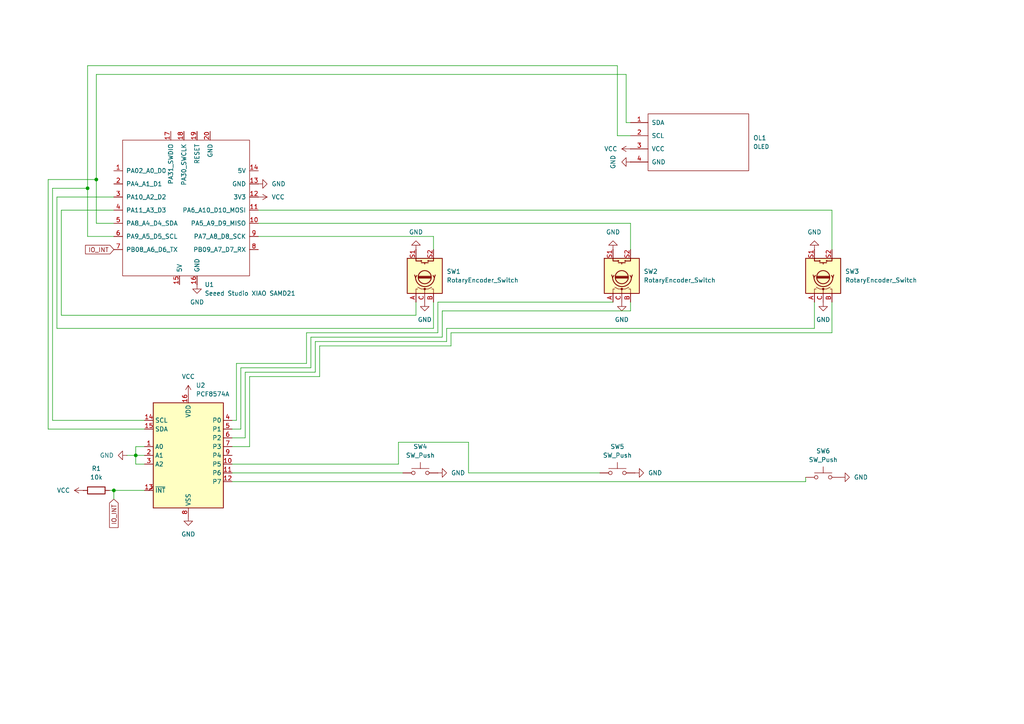
<source format=kicad_sch>
(kicad_sch
	(version 20231120)
	(generator "eeschema")
	(generator_version "8.0")
	(uuid "1de9aa1d-2e3c-4a1f-9dca-774e21ea52a0")
	(paper "A4")
	(lib_symbols
		(symbol "Device:R"
			(pin_numbers hide)
			(pin_names
				(offset 0)
			)
			(exclude_from_sim no)
			(in_bom yes)
			(on_board yes)
			(property "Reference" "R"
				(at 2.032 0 90)
				(effects
					(font
						(size 1.27 1.27)
					)
				)
			)
			(property "Value" "R"
				(at 0 0 90)
				(effects
					(font
						(size 1.27 1.27)
					)
				)
			)
			(property "Footprint" ""
				(at -1.778 0 90)
				(effects
					(font
						(size 1.27 1.27)
					)
					(hide yes)
				)
			)
			(property "Datasheet" "~"
				(at 0 0 0)
				(effects
					(font
						(size 1.27 1.27)
					)
					(hide yes)
				)
			)
			(property "Description" "Resistor"
				(at 0 0 0)
				(effects
					(font
						(size 1.27 1.27)
					)
					(hide yes)
				)
			)
			(property "ki_keywords" "R res resistor"
				(at 0 0 0)
				(effects
					(font
						(size 1.27 1.27)
					)
					(hide yes)
				)
			)
			(property "ki_fp_filters" "R_*"
				(at 0 0 0)
				(effects
					(font
						(size 1.27 1.27)
					)
					(hide yes)
				)
			)
			(symbol "R_0_1"
				(rectangle
					(start -1.016 -2.54)
					(end 1.016 2.54)
					(stroke
						(width 0.254)
						(type default)
					)
					(fill
						(type none)
					)
				)
			)
			(symbol "R_1_1"
				(pin passive line
					(at 0 3.81 270)
					(length 1.27)
					(name "~"
						(effects
							(font
								(size 1.27 1.27)
							)
						)
					)
					(number "1"
						(effects
							(font
								(size 1.27 1.27)
							)
						)
					)
				)
				(pin passive line
					(at 0 -3.81 90)
					(length 1.27)
					(name "~"
						(effects
							(font
								(size 1.27 1.27)
							)
						)
					)
					(number "2"
						(effects
							(font
								(size 1.27 1.27)
							)
						)
					)
				)
			)
		)
		(symbol "Device:RotaryEncoder_Switch"
			(pin_names
				(offset 0.254) hide)
			(exclude_from_sim no)
			(in_bom yes)
			(on_board yes)
			(property "Reference" "SW"
				(at 0 6.604 0)
				(effects
					(font
						(size 1.27 1.27)
					)
				)
			)
			(property "Value" "RotaryEncoder_Switch"
				(at 0 -6.604 0)
				(effects
					(font
						(size 1.27 1.27)
					)
				)
			)
			(property "Footprint" ""
				(at -3.81 4.064 0)
				(effects
					(font
						(size 1.27 1.27)
					)
					(hide yes)
				)
			)
			(property "Datasheet" "~"
				(at 0 6.604 0)
				(effects
					(font
						(size 1.27 1.27)
					)
					(hide yes)
				)
			)
			(property "Description" "Rotary encoder, dual channel, incremental quadrate outputs, with switch"
				(at 0 0 0)
				(effects
					(font
						(size 1.27 1.27)
					)
					(hide yes)
				)
			)
			(property "ki_keywords" "rotary switch encoder switch push button"
				(at 0 0 0)
				(effects
					(font
						(size 1.27 1.27)
					)
					(hide yes)
				)
			)
			(property "ki_fp_filters" "RotaryEncoder*Switch*"
				(at 0 0 0)
				(effects
					(font
						(size 1.27 1.27)
					)
					(hide yes)
				)
			)
			(symbol "RotaryEncoder_Switch_0_1"
				(rectangle
					(start -5.08 5.08)
					(end 5.08 -5.08)
					(stroke
						(width 0.254)
						(type default)
					)
					(fill
						(type background)
					)
				)
				(circle
					(center -3.81 0)
					(radius 0.254)
					(stroke
						(width 0)
						(type default)
					)
					(fill
						(type outline)
					)
				)
				(circle
					(center -0.381 0)
					(radius 1.905)
					(stroke
						(width 0.254)
						(type default)
					)
					(fill
						(type none)
					)
				)
				(arc
					(start -0.381 2.667)
					(mid -3.0988 -0.0635)
					(end -0.381 -2.794)
					(stroke
						(width 0.254)
						(type default)
					)
					(fill
						(type none)
					)
				)
				(polyline
					(pts
						(xy -0.635 -1.778) (xy -0.635 1.778)
					)
					(stroke
						(width 0.254)
						(type default)
					)
					(fill
						(type none)
					)
				)
				(polyline
					(pts
						(xy -0.381 -1.778) (xy -0.381 1.778)
					)
					(stroke
						(width 0.254)
						(type default)
					)
					(fill
						(type none)
					)
				)
				(polyline
					(pts
						(xy -0.127 1.778) (xy -0.127 -1.778)
					)
					(stroke
						(width 0.254)
						(type default)
					)
					(fill
						(type none)
					)
				)
				(polyline
					(pts
						(xy 3.81 0) (xy 3.429 0)
					)
					(stroke
						(width 0.254)
						(type default)
					)
					(fill
						(type none)
					)
				)
				(polyline
					(pts
						(xy 3.81 1.016) (xy 3.81 -1.016)
					)
					(stroke
						(width 0.254)
						(type default)
					)
					(fill
						(type none)
					)
				)
				(polyline
					(pts
						(xy -5.08 -2.54) (xy -3.81 -2.54) (xy -3.81 -2.032)
					)
					(stroke
						(width 0)
						(type default)
					)
					(fill
						(type none)
					)
				)
				(polyline
					(pts
						(xy -5.08 2.54) (xy -3.81 2.54) (xy -3.81 2.032)
					)
					(stroke
						(width 0)
						(type default)
					)
					(fill
						(type none)
					)
				)
				(polyline
					(pts
						(xy 0.254 -3.048) (xy -0.508 -2.794) (xy 0.127 -2.413)
					)
					(stroke
						(width 0.254)
						(type default)
					)
					(fill
						(type none)
					)
				)
				(polyline
					(pts
						(xy 0.254 2.921) (xy -0.508 2.667) (xy 0.127 2.286)
					)
					(stroke
						(width 0.254)
						(type default)
					)
					(fill
						(type none)
					)
				)
				(polyline
					(pts
						(xy 5.08 -2.54) (xy 4.318 -2.54) (xy 4.318 -1.016)
					)
					(stroke
						(width 0.254)
						(type default)
					)
					(fill
						(type none)
					)
				)
				(polyline
					(pts
						(xy 5.08 2.54) (xy 4.318 2.54) (xy 4.318 1.016)
					)
					(stroke
						(width 0.254)
						(type default)
					)
					(fill
						(type none)
					)
				)
				(polyline
					(pts
						(xy -5.08 0) (xy -3.81 0) (xy -3.81 -1.016) (xy -3.302 -2.032)
					)
					(stroke
						(width 0)
						(type default)
					)
					(fill
						(type none)
					)
				)
				(polyline
					(pts
						(xy -4.318 0) (xy -3.81 0) (xy -3.81 1.016) (xy -3.302 2.032)
					)
					(stroke
						(width 0)
						(type default)
					)
					(fill
						(type none)
					)
				)
				(circle
					(center 4.318 -1.016)
					(radius 0.127)
					(stroke
						(width 0.254)
						(type default)
					)
					(fill
						(type none)
					)
				)
				(circle
					(center 4.318 1.016)
					(radius 0.127)
					(stroke
						(width 0.254)
						(type default)
					)
					(fill
						(type none)
					)
				)
			)
			(symbol "RotaryEncoder_Switch_1_1"
				(pin passive line
					(at -7.62 2.54 0)
					(length 2.54)
					(name "A"
						(effects
							(font
								(size 1.27 1.27)
							)
						)
					)
					(number "A"
						(effects
							(font
								(size 1.27 1.27)
							)
						)
					)
				)
				(pin passive line
					(at -7.62 -2.54 0)
					(length 2.54)
					(name "B"
						(effects
							(font
								(size 1.27 1.27)
							)
						)
					)
					(number "B"
						(effects
							(font
								(size 1.27 1.27)
							)
						)
					)
				)
				(pin passive line
					(at -7.62 0 0)
					(length 2.54)
					(name "C"
						(effects
							(font
								(size 1.27 1.27)
							)
						)
					)
					(number "C"
						(effects
							(font
								(size 1.27 1.27)
							)
						)
					)
				)
				(pin passive line
					(at 7.62 2.54 180)
					(length 2.54)
					(name "S1"
						(effects
							(font
								(size 1.27 1.27)
							)
						)
					)
					(number "S1"
						(effects
							(font
								(size 1.27 1.27)
							)
						)
					)
				)
				(pin passive line
					(at 7.62 -2.54 180)
					(length 2.54)
					(name "S2"
						(effects
							(font
								(size 1.27 1.27)
							)
						)
					)
					(number "S2"
						(effects
							(font
								(size 1.27 1.27)
							)
						)
					)
				)
			)
		)
		(symbol "Interface_Expansion:PCF8574A"
			(exclude_from_sim no)
			(in_bom yes)
			(on_board yes)
			(property "Reference" "U"
				(at -8.89 16.51 0)
				(effects
					(font
						(size 1.27 1.27)
					)
					(justify left)
				)
			)
			(property "Value" "PCF8574A"
				(at 2.54 16.51 0)
				(effects
					(font
						(size 1.27 1.27)
					)
					(justify left)
				)
			)
			(property "Footprint" ""
				(at 0 0 0)
				(effects
					(font
						(size 1.27 1.27)
					)
					(hide yes)
				)
			)
			(property "Datasheet" "http://www.nxp.com/docs/en/data-sheet/PCF8574_PCF8574A.pdf"
				(at 0 0 0)
				(effects
					(font
						(size 1.27 1.27)
					)
					(hide yes)
				)
			)
			(property "Description" "8 Bit Port/Expander to I2C Bus, DIP/SOIC-16"
				(at 0 0 0)
				(effects
					(font
						(size 1.27 1.27)
					)
					(hide yes)
				)
			)
			(property "ki_keywords" "I2C Expander"
				(at 0 0 0)
				(effects
					(font
						(size 1.27 1.27)
					)
					(hide yes)
				)
			)
			(property "ki_fp_filters" "DIP*W7.62mm* SOIC*7.5x10.3mm*P1.27mm*"
				(at 0 0 0)
				(effects
					(font
						(size 1.27 1.27)
					)
					(hide yes)
				)
			)
			(symbol "PCF8574A_0_1"
				(rectangle
					(start -10.16 15.24)
					(end 10.16 -15.24)
					(stroke
						(width 0.254)
						(type default)
					)
					(fill
						(type background)
					)
				)
			)
			(symbol "PCF8574A_1_1"
				(pin input line
					(at -12.7 2.54 0)
					(length 2.54)
					(name "A0"
						(effects
							(font
								(size 1.27 1.27)
							)
						)
					)
					(number "1"
						(effects
							(font
								(size 1.27 1.27)
							)
						)
					)
				)
				(pin bidirectional line
					(at 12.7 -2.54 180)
					(length 2.54)
					(name "P5"
						(effects
							(font
								(size 1.27 1.27)
							)
						)
					)
					(number "10"
						(effects
							(font
								(size 1.27 1.27)
							)
						)
					)
				)
				(pin bidirectional line
					(at 12.7 -5.08 180)
					(length 2.54)
					(name "P6"
						(effects
							(font
								(size 1.27 1.27)
							)
						)
					)
					(number "11"
						(effects
							(font
								(size 1.27 1.27)
							)
						)
					)
				)
				(pin bidirectional line
					(at 12.7 -7.62 180)
					(length 2.54)
					(name "P7"
						(effects
							(font
								(size 1.27 1.27)
							)
						)
					)
					(number "12"
						(effects
							(font
								(size 1.27 1.27)
							)
						)
					)
				)
				(pin open_collector output_low
					(at -12.7 -10.16 0)
					(length 2.54)
					(name "~{INT}"
						(effects
							(font
								(size 1.27 1.27)
							)
						)
					)
					(number "13"
						(effects
							(font
								(size 1.27 1.27)
							)
						)
					)
				)
				(pin input line
					(at -12.7 10.16 0)
					(length 2.54)
					(name "SCL"
						(effects
							(font
								(size 1.27 1.27)
							)
						)
					)
					(number "14"
						(effects
							(font
								(size 1.27 1.27)
							)
						)
					)
				)
				(pin bidirectional line
					(at -12.7 7.62 0)
					(length 2.54)
					(name "SDA"
						(effects
							(font
								(size 1.27 1.27)
							)
						)
					)
					(number "15"
						(effects
							(font
								(size 1.27 1.27)
							)
						)
					)
				)
				(pin power_in line
					(at 0 17.78 270)
					(length 2.54)
					(name "VDD"
						(effects
							(font
								(size 1.27 1.27)
							)
						)
					)
					(number "16"
						(effects
							(font
								(size 1.27 1.27)
							)
						)
					)
				)
				(pin input line
					(at -12.7 0 0)
					(length 2.54)
					(name "A1"
						(effects
							(font
								(size 1.27 1.27)
							)
						)
					)
					(number "2"
						(effects
							(font
								(size 1.27 1.27)
							)
						)
					)
				)
				(pin input line
					(at -12.7 -2.54 0)
					(length 2.54)
					(name "A2"
						(effects
							(font
								(size 1.27 1.27)
							)
						)
					)
					(number "3"
						(effects
							(font
								(size 1.27 1.27)
							)
						)
					)
				)
				(pin bidirectional line
					(at 12.7 10.16 180)
					(length 2.54)
					(name "P0"
						(effects
							(font
								(size 1.27 1.27)
							)
						)
					)
					(number "4"
						(effects
							(font
								(size 1.27 1.27)
							)
						)
					)
				)
				(pin bidirectional line
					(at 12.7 7.62 180)
					(length 2.54)
					(name "P1"
						(effects
							(font
								(size 1.27 1.27)
							)
						)
					)
					(number "5"
						(effects
							(font
								(size 1.27 1.27)
							)
						)
					)
				)
				(pin bidirectional line
					(at 12.7 5.08 180)
					(length 2.54)
					(name "P2"
						(effects
							(font
								(size 1.27 1.27)
							)
						)
					)
					(number "6"
						(effects
							(font
								(size 1.27 1.27)
							)
						)
					)
				)
				(pin bidirectional line
					(at 12.7 2.54 180)
					(length 2.54)
					(name "P3"
						(effects
							(font
								(size 1.27 1.27)
							)
						)
					)
					(number "7"
						(effects
							(font
								(size 1.27 1.27)
							)
						)
					)
				)
				(pin power_in line
					(at 0 -17.78 90)
					(length 2.54)
					(name "VSS"
						(effects
							(font
								(size 1.27 1.27)
							)
						)
					)
					(number "8"
						(effects
							(font
								(size 1.27 1.27)
							)
						)
					)
				)
				(pin bidirectional line
					(at 12.7 0 180)
					(length 2.54)
					(name "P4"
						(effects
							(font
								(size 1.27 1.27)
							)
						)
					)
					(number "9"
						(effects
							(font
								(size 1.27 1.27)
							)
						)
					)
				)
			)
		)
		(symbol "Seeed_Studio_XIAO_Series:Seeed Studio XIAO SAMD21"
			(pin_names
				(offset 1.016)
			)
			(exclude_from_sim no)
			(in_bom yes)
			(on_board yes)
			(property "Reference" "U"
				(at -19.05 22.86 0)
				(effects
					(font
						(size 1.27 1.27)
					)
				)
			)
			(property "Value" "Seeed Studio XIAO SAMD21"
				(at -12.7 21.59 0)
				(effects
					(font
						(size 1.27 1.27)
					)
				)
			)
			(property "Footprint" ""
				(at -8.89 5.08 0)
				(effects
					(font
						(size 1.27 1.27)
					)
					(hide yes)
				)
			)
			(property "Datasheet" ""
				(at -8.89 5.08 0)
				(effects
					(font
						(size 1.27 1.27)
					)
					(hide yes)
				)
			)
			(property "Description" ""
				(at 0 0 0)
				(effects
					(font
						(size 1.27 1.27)
					)
					(hide yes)
				)
			)
			(symbol "Seeed Studio XIAO SAMD21_0_1"
				(rectangle
					(start -19.05 20.32)
					(end 17.78 -19.05)
					(stroke
						(width 0)
						(type default)
					)
					(fill
						(type none)
					)
				)
			)
			(symbol "Seeed Studio XIAO SAMD21_1_1"
				(pin unspecified line
					(at -21.59 11.43 0)
					(length 2.54)
					(name "PA02_A0_D0"
						(effects
							(font
								(size 1.27 1.27)
							)
						)
					)
					(number "1"
						(effects
							(font
								(size 1.27 1.27)
							)
						)
					)
				)
				(pin unspecified line
					(at 20.32 -3.81 180)
					(length 2.54)
					(name "PA5_A9_D9_MISO"
						(effects
							(font
								(size 1.27 1.27)
							)
						)
					)
					(number "10"
						(effects
							(font
								(size 1.27 1.27)
							)
						)
					)
				)
				(pin unspecified line
					(at 20.32 0 180)
					(length 2.54)
					(name "PA6_A10_D10_MOSI"
						(effects
							(font
								(size 1.27 1.27)
							)
						)
					)
					(number "11"
						(effects
							(font
								(size 1.27 1.27)
							)
						)
					)
				)
				(pin unspecified line
					(at 20.32 3.81 180)
					(length 2.54)
					(name "3V3"
						(effects
							(font
								(size 1.27 1.27)
							)
						)
					)
					(number "12"
						(effects
							(font
								(size 1.27 1.27)
							)
						)
					)
				)
				(pin unspecified line
					(at 20.32 7.62 180)
					(length 2.54)
					(name "GND"
						(effects
							(font
								(size 1.27 1.27)
							)
						)
					)
					(number "13"
						(effects
							(font
								(size 1.27 1.27)
							)
						)
					)
				)
				(pin unspecified line
					(at 20.32 11.43 180)
					(length 2.54)
					(name "5V"
						(effects
							(font
								(size 1.27 1.27)
							)
						)
					)
					(number "14"
						(effects
							(font
								(size 1.27 1.27)
							)
						)
					)
				)
				(pin input line
					(at -2.54 -21.59 90)
					(length 2.54)
					(name "5V"
						(effects
							(font
								(size 1.27 1.27)
							)
						)
					)
					(number "15"
						(effects
							(font
								(size 1.27 1.27)
							)
						)
					)
				)
				(pin input line
					(at 2.54 -21.59 90)
					(length 2.54)
					(name "GND"
						(effects
							(font
								(size 1.27 1.27)
							)
						)
					)
					(number "16"
						(effects
							(font
								(size 1.27 1.27)
							)
						)
					)
				)
				(pin input line
					(at -5.08 22.86 270)
					(length 2.54)
					(name "PA31_SWDIO"
						(effects
							(font
								(size 1.27 1.27)
							)
						)
					)
					(number "17"
						(effects
							(font
								(size 1.27 1.27)
							)
						)
					)
				)
				(pin input line
					(at -1.27 22.86 270)
					(length 2.54)
					(name "PA30_SWCLK"
						(effects
							(font
								(size 1.27 1.27)
							)
						)
					)
					(number "18"
						(effects
							(font
								(size 1.27 1.27)
							)
						)
					)
				)
				(pin input line
					(at 2.54 22.86 270)
					(length 2.54)
					(name "RESET"
						(effects
							(font
								(size 1.27 1.27)
							)
						)
					)
					(number "19"
						(effects
							(font
								(size 1.27 1.27)
							)
						)
					)
				)
				(pin unspecified line
					(at -21.59 7.62 0)
					(length 2.54)
					(name "PA4_A1_D1"
						(effects
							(font
								(size 1.27 1.27)
							)
						)
					)
					(number "2"
						(effects
							(font
								(size 1.27 1.27)
							)
						)
					)
				)
				(pin input line
					(at 6.35 22.86 270)
					(length 2.54)
					(name "GND"
						(effects
							(font
								(size 1.27 1.27)
							)
						)
					)
					(number "20"
						(effects
							(font
								(size 1.27 1.27)
							)
						)
					)
				)
				(pin unspecified line
					(at -21.59 3.81 0)
					(length 2.54)
					(name "PA10_A2_D2"
						(effects
							(font
								(size 1.27 1.27)
							)
						)
					)
					(number "3"
						(effects
							(font
								(size 1.27 1.27)
							)
						)
					)
				)
				(pin unspecified line
					(at -21.59 0 0)
					(length 2.54)
					(name "PA11_A3_D3"
						(effects
							(font
								(size 1.27 1.27)
							)
						)
					)
					(number "4"
						(effects
							(font
								(size 1.27 1.27)
							)
						)
					)
				)
				(pin unspecified line
					(at -21.59 -3.81 0)
					(length 2.54)
					(name "PA8_A4_D4_SDA"
						(effects
							(font
								(size 1.27 1.27)
							)
						)
					)
					(number "5"
						(effects
							(font
								(size 1.27 1.27)
							)
						)
					)
				)
				(pin unspecified line
					(at -21.59 -7.62 0)
					(length 2.54)
					(name "PA9_A5_D5_SCL"
						(effects
							(font
								(size 1.27 1.27)
							)
						)
					)
					(number "6"
						(effects
							(font
								(size 1.27 1.27)
							)
						)
					)
				)
				(pin unspecified line
					(at -21.59 -11.43 0)
					(length 2.54)
					(name "PB08_A6_D6_TX"
						(effects
							(font
								(size 1.27 1.27)
							)
						)
					)
					(number "7"
						(effects
							(font
								(size 1.27 1.27)
							)
						)
					)
				)
				(pin unspecified line
					(at 20.32 -11.43 180)
					(length 2.54)
					(name "PB09_A7_D7_RX"
						(effects
							(font
								(size 1.27 1.27)
							)
						)
					)
					(number "8"
						(effects
							(font
								(size 1.27 1.27)
							)
						)
					)
				)
				(pin unspecified line
					(at 20.32 -7.62 180)
					(length 2.54)
					(name "PA7_A8_D8_SCK"
						(effects
							(font
								(size 1.27 1.27)
							)
						)
					)
					(number "9"
						(effects
							(font
								(size 1.27 1.27)
							)
						)
					)
				)
			)
		)
		(symbol "Switch:SW_Push"
			(pin_numbers hide)
			(pin_names
				(offset 1.016) hide)
			(exclude_from_sim no)
			(in_bom yes)
			(on_board yes)
			(property "Reference" "SW"
				(at 1.27 2.54 0)
				(effects
					(font
						(size 1.27 1.27)
					)
					(justify left)
				)
			)
			(property "Value" "SW_Push"
				(at 0 -1.524 0)
				(effects
					(font
						(size 1.27 1.27)
					)
				)
			)
			(property "Footprint" ""
				(at 0 5.08 0)
				(effects
					(font
						(size 1.27 1.27)
					)
					(hide yes)
				)
			)
			(property "Datasheet" "~"
				(at 0 5.08 0)
				(effects
					(font
						(size 1.27 1.27)
					)
					(hide yes)
				)
			)
			(property "Description" "Push button switch, generic, two pins"
				(at 0 0 0)
				(effects
					(font
						(size 1.27 1.27)
					)
					(hide yes)
				)
			)
			(property "ki_keywords" "switch normally-open pushbutton push-button"
				(at 0 0 0)
				(effects
					(font
						(size 1.27 1.27)
					)
					(hide yes)
				)
			)
			(symbol "SW_Push_0_1"
				(circle
					(center -2.032 0)
					(radius 0.508)
					(stroke
						(width 0)
						(type default)
					)
					(fill
						(type none)
					)
				)
				(polyline
					(pts
						(xy 0 1.27) (xy 0 3.048)
					)
					(stroke
						(width 0)
						(type default)
					)
					(fill
						(type none)
					)
				)
				(polyline
					(pts
						(xy 2.54 1.27) (xy -2.54 1.27)
					)
					(stroke
						(width 0)
						(type default)
					)
					(fill
						(type none)
					)
				)
				(circle
					(center 2.032 0)
					(radius 0.508)
					(stroke
						(width 0)
						(type default)
					)
					(fill
						(type none)
					)
				)
				(pin passive line
					(at -5.08 0 0)
					(length 2.54)
					(name "1"
						(effects
							(font
								(size 1.27 1.27)
							)
						)
					)
					(number "1"
						(effects
							(font
								(size 1.27 1.27)
							)
						)
					)
				)
				(pin passive line
					(at 5.08 0 180)
					(length 2.54)
					(name "2"
						(effects
							(font
								(size 1.27 1.27)
							)
						)
					)
					(number "2"
						(effects
							(font
								(size 1.27 1.27)
							)
						)
					)
				)
			)
		)
		(symbol "kbd:OLED"
			(pin_names
				(offset 1.016)
			)
			(exclude_from_sim no)
			(in_bom yes)
			(on_board yes)
			(property "Reference" "OL"
				(at 0 2.54 0)
				(effects
					(font
						(size 1.2954 1.2954)
					)
				)
			)
			(property "Value" "OLED"
				(at 0 -1.27 0)
				(effects
					(font
						(size 1.1938 1.1938)
					)
				)
			)
			(property "Footprint" ""
				(at 0 2.54 0)
				(effects
					(font
						(size 1.524 1.524)
					)
					(hide yes)
				)
			)
			(property "Datasheet" ""
				(at 0 2.54 0)
				(effects
					(font
						(size 1.524 1.524)
					)
					(hide yes)
				)
			)
			(property "Description" ""
				(at 0 0 0)
				(effects
					(font
						(size 1.27 1.27)
					)
					(hide yes)
				)
			)
			(symbol "OLED_0_1"
				(rectangle
					(start -13.97 8.89)
					(end 15.24 -7.62)
					(stroke
						(width 0)
						(type solid)
					)
					(fill
						(type none)
					)
				)
			)
			(symbol "OLED_1_1"
				(pin bidirectional line
					(at -19.05 6.35 0)
					(length 5.08)
					(name "SDA"
						(effects
							(font
								(size 1.27 1.27)
							)
						)
					)
					(number "1"
						(effects
							(font
								(size 1.27 1.27)
							)
						)
					)
				)
				(pin bidirectional line
					(at -19.05 2.54 0)
					(length 5.08)
					(name "SCL"
						(effects
							(font
								(size 1.27 1.27)
							)
						)
					)
					(number "2"
						(effects
							(font
								(size 1.27 1.27)
							)
						)
					)
				)
				(pin power_in line
					(at -19.05 -1.27 0)
					(length 5.08)
					(name "VCC"
						(effects
							(font
								(size 1.27 1.27)
							)
						)
					)
					(number "3"
						(effects
							(font
								(size 1.27 1.27)
							)
						)
					)
				)
				(pin power_in line
					(at -19.05 -5.08 0)
					(length 5.08)
					(name "GND"
						(effects
							(font
								(size 1.27 1.27)
							)
						)
					)
					(number "4"
						(effects
							(font
								(size 1.27 1.27)
							)
						)
					)
				)
			)
		)
		(symbol "power:GND"
			(power)
			(pin_numbers hide)
			(pin_names
				(offset 0) hide)
			(exclude_from_sim no)
			(in_bom yes)
			(on_board yes)
			(property "Reference" "#PWR"
				(at 0 -6.35 0)
				(effects
					(font
						(size 1.27 1.27)
					)
					(hide yes)
				)
			)
			(property "Value" "GND"
				(at 0 -3.81 0)
				(effects
					(font
						(size 1.27 1.27)
					)
				)
			)
			(property "Footprint" ""
				(at 0 0 0)
				(effects
					(font
						(size 1.27 1.27)
					)
					(hide yes)
				)
			)
			(property "Datasheet" ""
				(at 0 0 0)
				(effects
					(font
						(size 1.27 1.27)
					)
					(hide yes)
				)
			)
			(property "Description" "Power symbol creates a global label with name \"GND\" , ground"
				(at 0 0 0)
				(effects
					(font
						(size 1.27 1.27)
					)
					(hide yes)
				)
			)
			(property "ki_keywords" "global power"
				(at 0 0 0)
				(effects
					(font
						(size 1.27 1.27)
					)
					(hide yes)
				)
			)
			(symbol "GND_0_1"
				(polyline
					(pts
						(xy 0 0) (xy 0 -1.27) (xy 1.27 -1.27) (xy 0 -2.54) (xy -1.27 -1.27) (xy 0 -1.27)
					)
					(stroke
						(width 0)
						(type default)
					)
					(fill
						(type none)
					)
				)
			)
			(symbol "GND_1_1"
				(pin power_in line
					(at 0 0 270)
					(length 0)
					(name "~"
						(effects
							(font
								(size 1.27 1.27)
							)
						)
					)
					(number "1"
						(effects
							(font
								(size 1.27 1.27)
							)
						)
					)
				)
			)
		)
		(symbol "power:VCC"
			(power)
			(pin_numbers hide)
			(pin_names
				(offset 0) hide)
			(exclude_from_sim no)
			(in_bom yes)
			(on_board yes)
			(property "Reference" "#PWR"
				(at 0 -3.81 0)
				(effects
					(font
						(size 1.27 1.27)
					)
					(hide yes)
				)
			)
			(property "Value" "VCC"
				(at 0 3.556 0)
				(effects
					(font
						(size 1.27 1.27)
					)
				)
			)
			(property "Footprint" ""
				(at 0 0 0)
				(effects
					(font
						(size 1.27 1.27)
					)
					(hide yes)
				)
			)
			(property "Datasheet" ""
				(at 0 0 0)
				(effects
					(font
						(size 1.27 1.27)
					)
					(hide yes)
				)
			)
			(property "Description" "Power symbol creates a global label with name \"VCC\""
				(at 0 0 0)
				(effects
					(font
						(size 1.27 1.27)
					)
					(hide yes)
				)
			)
			(property "ki_keywords" "global power"
				(at 0 0 0)
				(effects
					(font
						(size 1.27 1.27)
					)
					(hide yes)
				)
			)
			(symbol "VCC_0_1"
				(polyline
					(pts
						(xy -0.762 1.27) (xy 0 2.54)
					)
					(stroke
						(width 0)
						(type default)
					)
					(fill
						(type none)
					)
				)
				(polyline
					(pts
						(xy 0 0) (xy 0 2.54)
					)
					(stroke
						(width 0)
						(type default)
					)
					(fill
						(type none)
					)
				)
				(polyline
					(pts
						(xy 0 2.54) (xy 0.762 1.27)
					)
					(stroke
						(width 0)
						(type default)
					)
					(fill
						(type none)
					)
				)
			)
			(symbol "VCC_1_1"
				(pin power_in line
					(at 0 0 90)
					(length 0)
					(name "~"
						(effects
							(font
								(size 1.27 1.27)
							)
						)
					)
					(number "1"
						(effects
							(font
								(size 1.27 1.27)
							)
						)
					)
				)
			)
		)
	)
	(junction
		(at 33.02 142.24)
		(diameter 0)
		(color 0 0 0 0)
		(uuid "00989bae-107e-4411-b96c-eceb945a6b72")
	)
	(junction
		(at 39.37 132.08)
		(diameter 0)
		(color 0 0 0 0)
		(uuid "20613b2a-9908-4447-b7e2-056ef0e6c147")
	)
	(junction
		(at 25.4 54.61)
		(diameter 0)
		(color 0 0 0 0)
		(uuid "32e0f24d-97ba-4ab3-b78b-97b68701cca9")
	)
	(junction
		(at 27.94 52.07)
		(diameter 0)
		(color 0 0 0 0)
		(uuid "c0e980e8-811d-41d7-bf30-5724d41c382c")
	)
	(wire
		(pts
			(xy 241.3 96.52) (xy 241.3 87.63)
		)
		(stroke
			(width 0)
			(type default)
		)
		(uuid "02580e97-9053-440b-a103-d9882dd5f668")
	)
	(wire
		(pts
			(xy 115.57 128.27) (xy 115.57 134.62)
		)
		(stroke
			(width 0)
			(type default)
		)
		(uuid "05758882-d424-49f3-8fe0-9e5c52c0b9cc")
	)
	(wire
		(pts
			(xy 130.81 96.52) (xy 241.3 96.52)
		)
		(stroke
			(width 0)
			(type default)
		)
		(uuid "060060c5-34c0-4f5a-94af-eb77a4a79711")
	)
	(wire
		(pts
			(xy 241.3 60.96) (xy 241.3 72.39)
		)
		(stroke
			(width 0)
			(type default)
		)
		(uuid "076ff98d-81a7-4b35-afb8-00571a5c55ce")
	)
	(wire
		(pts
			(xy 16.51 95.25) (xy 16.51 57.15)
		)
		(stroke
			(width 0)
			(type default)
		)
		(uuid "081f9c1d-9958-4a3a-b0f6-8af04609bdfd")
	)
	(wire
		(pts
			(xy 68.58 121.92) (xy 67.31 121.92)
		)
		(stroke
			(width 0)
			(type default)
		)
		(uuid "0d9eb0df-52aa-4918-8a07-cc0a95cdb433")
	)
	(wire
		(pts
			(xy 39.37 132.08) (xy 41.91 132.08)
		)
		(stroke
			(width 0)
			(type default)
		)
		(uuid "12c81c43-0235-4647-865a-67c32de9f0ca")
	)
	(wire
		(pts
			(xy 33.02 142.24) (xy 33.02 144.78)
		)
		(stroke
			(width 0)
			(type default)
		)
		(uuid "1b678bf6-bfcd-4c18-9d22-5153464cc1a1")
	)
	(wire
		(pts
			(xy 69.85 124.46) (xy 69.85 106.68)
		)
		(stroke
			(width 0)
			(type default)
		)
		(uuid "1c1646a0-e0d6-462c-a0d3-f42258b47da7")
	)
	(wire
		(pts
			(xy 71.12 107.95) (xy 91.44 107.95)
		)
		(stroke
			(width 0)
			(type default)
		)
		(uuid "1c1790c0-9e44-4c8d-804e-da2d91f6ead4")
	)
	(wire
		(pts
			(xy 236.22 95.25) (xy 236.22 87.63)
		)
		(stroke
			(width 0)
			(type default)
		)
		(uuid "1fbdc5a9-7ca7-4546-b8f3-f61f5415771d")
	)
	(wire
		(pts
			(xy 181.61 35.56) (xy 182.88 35.56)
		)
		(stroke
			(width 0)
			(type default)
		)
		(uuid "220d1cce-b55a-4aac-8e85-bacd011cbafa")
	)
	(wire
		(pts
			(xy 115.57 134.62) (xy 67.31 134.62)
		)
		(stroke
			(width 0)
			(type default)
		)
		(uuid "24a44d0f-a9dc-4a07-86d0-440c6afc89e3")
	)
	(wire
		(pts
			(xy 71.12 127) (xy 71.12 107.95)
		)
		(stroke
			(width 0)
			(type default)
		)
		(uuid "2648724d-e548-4469-acfc-1fd011f95eab")
	)
	(wire
		(pts
			(xy 179.07 19.05) (xy 25.4 19.05)
		)
		(stroke
			(width 0)
			(type default)
		)
		(uuid "26ff0f53-ca7d-4c87-ab9b-760f9ff6c923")
	)
	(wire
		(pts
			(xy 233.68 138.43) (xy 233.68 139.7)
		)
		(stroke
			(width 0)
			(type default)
		)
		(uuid "27d2a353-1ea8-4065-ad48-af42c578b3f4")
	)
	(wire
		(pts
			(xy 67.31 129.54) (xy 72.39 129.54)
		)
		(stroke
			(width 0)
			(type default)
		)
		(uuid "28185c29-4642-4f53-8f6f-ad6208feacbb")
	)
	(wire
		(pts
			(xy 72.39 109.22) (xy 92.71 109.22)
		)
		(stroke
			(width 0)
			(type default)
		)
		(uuid "2ca6e25a-0456-4a98-beb4-aa9a0bf6381a")
	)
	(wire
		(pts
			(xy 13.97 52.07) (xy 27.94 52.07)
		)
		(stroke
			(width 0)
			(type default)
		)
		(uuid "38c52855-8a4f-44f0-b93b-532dbde24ade")
	)
	(wire
		(pts
			(xy 67.31 127) (xy 71.12 127)
		)
		(stroke
			(width 0)
			(type default)
		)
		(uuid "3983df33-1688-47fd-b89c-d27c1ce0d214")
	)
	(wire
		(pts
			(xy 16.51 57.15) (xy 33.02 57.15)
		)
		(stroke
			(width 0)
			(type default)
		)
		(uuid "3c38b9e6-9c74-458d-be9a-d0af761e4903")
	)
	(wire
		(pts
			(xy 41.91 134.62) (xy 39.37 134.62)
		)
		(stroke
			(width 0)
			(type default)
		)
		(uuid "3f608ef6-a881-481d-b3a3-11763409aabd")
	)
	(wire
		(pts
			(xy 92.71 100.33) (xy 130.81 100.33)
		)
		(stroke
			(width 0)
			(type default)
		)
		(uuid "425d54b8-64fb-44d2-a40f-32c2b5643b4a")
	)
	(wire
		(pts
			(xy 17.78 60.96) (xy 33.02 60.96)
		)
		(stroke
			(width 0)
			(type default)
		)
		(uuid "4b622f60-c26a-47fc-8714-6e5a71f1cf24")
	)
	(wire
		(pts
			(xy 74.93 64.77) (xy 182.88 64.77)
		)
		(stroke
			(width 0)
			(type default)
		)
		(uuid "4d2a4887-915d-44b9-8ac6-d7c7eefcf288")
	)
	(wire
		(pts
			(xy 182.88 64.77) (xy 182.88 72.39)
		)
		(stroke
			(width 0)
			(type default)
		)
		(uuid "4f518667-2fc4-4410-bf90-513289bb0876")
	)
	(wire
		(pts
			(xy 128.27 90.17) (xy 182.88 90.17)
		)
		(stroke
			(width 0)
			(type default)
		)
		(uuid "51b0b05a-93c9-4806-8a05-79c6a969cacf")
	)
	(wire
		(pts
			(xy 125.73 95.25) (xy 16.51 95.25)
		)
		(stroke
			(width 0)
			(type default)
		)
		(uuid "537a43c8-b21f-497f-80e5-5553bfc5d03a")
	)
	(wire
		(pts
			(xy 173.99 137.16) (xy 135.89 137.16)
		)
		(stroke
			(width 0)
			(type default)
		)
		(uuid "53ec3125-52b7-4ad4-be9a-11ab3ee22b40")
	)
	(wire
		(pts
			(xy 33.02 142.24) (xy 41.91 142.24)
		)
		(stroke
			(width 0)
			(type default)
		)
		(uuid "556c11a8-9260-432a-9293-c97d4d248b87")
	)
	(wire
		(pts
			(xy 179.07 39.37) (xy 182.88 39.37)
		)
		(stroke
			(width 0)
			(type default)
		)
		(uuid "55905f61-f5e1-4522-ae18-d59672df5a35")
	)
	(wire
		(pts
			(xy 125.73 68.58) (xy 125.73 72.39)
		)
		(stroke
			(width 0)
			(type default)
		)
		(uuid "55d1e85c-d9ec-4fca-8a70-20146da13117")
	)
	(wire
		(pts
			(xy 27.94 64.77) (xy 27.94 52.07)
		)
		(stroke
			(width 0)
			(type default)
		)
		(uuid "56c39119-1144-4d7f-a1f3-44037c590d52")
	)
	(wire
		(pts
			(xy 25.4 54.61) (xy 25.4 68.58)
		)
		(stroke
			(width 0)
			(type default)
		)
		(uuid "607f685a-72aa-4794-b497-f85fd4adec22")
	)
	(wire
		(pts
			(xy 13.97 124.46) (xy 13.97 52.07)
		)
		(stroke
			(width 0)
			(type default)
		)
		(uuid "61b03018-b9df-4114-bc67-bf074e3e94e7")
	)
	(wire
		(pts
			(xy 130.81 100.33) (xy 130.81 96.52)
		)
		(stroke
			(width 0)
			(type default)
		)
		(uuid "62f20e96-2765-408f-bf4a-51d521017127")
	)
	(wire
		(pts
			(xy 67.31 137.16) (xy 116.84 137.16)
		)
		(stroke
			(width 0)
			(type default)
		)
		(uuid "6421bdc7-6582-435e-a685-e08f07e82db6")
	)
	(wire
		(pts
			(xy 127 96.52) (xy 88.9 96.52)
		)
		(stroke
			(width 0)
			(type default)
		)
		(uuid "6468661b-a283-4234-b338-435b2176c574")
	)
	(wire
		(pts
			(xy 129.54 95.25) (xy 236.22 95.25)
		)
		(stroke
			(width 0)
			(type default)
		)
		(uuid "68409b36-ec96-4322-a190-9150ef301eaf")
	)
	(wire
		(pts
			(xy 15.24 54.61) (xy 25.4 54.61)
		)
		(stroke
			(width 0)
			(type default)
		)
		(uuid "720bb719-a740-4ee3-bb5a-331e08569c33")
	)
	(wire
		(pts
			(xy 74.93 60.96) (xy 241.3 60.96)
		)
		(stroke
			(width 0)
			(type default)
		)
		(uuid "7340466e-05ac-4954-8bbf-57a392da8468")
	)
	(wire
		(pts
			(xy 91.44 99.06) (xy 129.54 99.06)
		)
		(stroke
			(width 0)
			(type default)
		)
		(uuid "75e0a9f2-cb94-422a-bd5b-f310d13d55e9")
	)
	(wire
		(pts
			(xy 27.94 52.07) (xy 27.94 21.59)
		)
		(stroke
			(width 0)
			(type default)
		)
		(uuid "78a710ff-80df-4070-aea1-49918f56b4c0")
	)
	(wire
		(pts
			(xy 31.75 142.24) (xy 33.02 142.24)
		)
		(stroke
			(width 0)
			(type default)
		)
		(uuid "79c915f2-a37d-4ada-9f68-bf8af9e37572")
	)
	(wire
		(pts
			(xy 135.89 128.27) (xy 115.57 128.27)
		)
		(stroke
			(width 0)
			(type default)
		)
		(uuid "79fbf536-5227-49ca-ac1a-2fba0220dcdd")
	)
	(wire
		(pts
			(xy 74.93 68.58) (xy 125.73 68.58)
		)
		(stroke
			(width 0)
			(type default)
		)
		(uuid "7a8489dd-e201-4b0e-91fb-27f2d0a7bc15")
	)
	(wire
		(pts
			(xy 233.68 139.7) (xy 67.31 139.7)
		)
		(stroke
			(width 0)
			(type default)
		)
		(uuid "7dd14d39-c1ec-4010-94e1-41f866f56f44")
	)
	(wire
		(pts
			(xy 181.61 21.59) (xy 181.61 35.56)
		)
		(stroke
			(width 0)
			(type default)
		)
		(uuid "7e710b5c-6553-4a10-990c-aa4f8ab118a0")
	)
	(wire
		(pts
			(xy 39.37 132.08) (xy 39.37 134.62)
		)
		(stroke
			(width 0)
			(type default)
		)
		(uuid "81822a44-6209-4091-859b-e02a219c1abc")
	)
	(wire
		(pts
			(xy 15.24 121.92) (xy 15.24 54.61)
		)
		(stroke
			(width 0)
			(type default)
		)
		(uuid "85cd9e68-dc91-465d-99fe-6f105c259053")
	)
	(wire
		(pts
			(xy 25.4 19.05) (xy 25.4 54.61)
		)
		(stroke
			(width 0)
			(type default)
		)
		(uuid "87d0b8d8-3e49-422f-89b7-3f5dfea7516b")
	)
	(wire
		(pts
			(xy 88.9 96.52) (xy 88.9 105.41)
		)
		(stroke
			(width 0)
			(type default)
		)
		(uuid "8a88028a-287a-4a10-906d-b56280cb50d3")
	)
	(wire
		(pts
			(xy 41.91 121.92) (xy 15.24 121.92)
		)
		(stroke
			(width 0)
			(type default)
		)
		(uuid "8c4f624d-b848-45c3-804a-381c90f43d8d")
	)
	(wire
		(pts
			(xy 120.65 87.63) (xy 120.65 91.44)
		)
		(stroke
			(width 0)
			(type default)
		)
		(uuid "8cdfffda-84e0-4489-b158-f00867411bcd")
	)
	(wire
		(pts
			(xy 129.54 99.06) (xy 129.54 95.25)
		)
		(stroke
			(width 0)
			(type default)
		)
		(uuid "90a6dea0-240a-46d2-a08b-c47a06ffb468")
	)
	(wire
		(pts
			(xy 36.83 132.08) (xy 39.37 132.08)
		)
		(stroke
			(width 0)
			(type default)
		)
		(uuid "9441e97c-dce6-4fe1-a37d-5d19607dfd23")
	)
	(wire
		(pts
			(xy 125.73 87.63) (xy 125.73 95.25)
		)
		(stroke
			(width 0)
			(type default)
		)
		(uuid "96d02fb3-d5dd-4e53-ba97-386500089b80")
	)
	(wire
		(pts
			(xy 90.17 97.79) (xy 128.27 97.79)
		)
		(stroke
			(width 0)
			(type default)
		)
		(uuid "9c4b8444-cd16-49ae-bd44-84ad2c2d1e8a")
	)
	(wire
		(pts
			(xy 41.91 124.46) (xy 13.97 124.46)
		)
		(stroke
			(width 0)
			(type default)
		)
		(uuid "9cf669bd-5161-48eb-b799-48704f8d52fa")
	)
	(wire
		(pts
			(xy 17.78 91.44) (xy 17.78 60.96)
		)
		(stroke
			(width 0)
			(type default)
		)
		(uuid "a79c2628-99e3-442c-88d2-d6cf09673418")
	)
	(wire
		(pts
			(xy 72.39 129.54) (xy 72.39 109.22)
		)
		(stroke
			(width 0)
			(type default)
		)
		(uuid "af5b1a94-4f15-40f4-8118-f35b92ccbd08")
	)
	(wire
		(pts
			(xy 179.07 19.05) (xy 179.07 39.37)
		)
		(stroke
			(width 0)
			(type default)
		)
		(uuid "b1300f71-16f6-4419-969f-acbeb36dbcc6")
	)
	(wire
		(pts
			(xy 25.4 68.58) (xy 33.02 68.58)
		)
		(stroke
			(width 0)
			(type default)
		)
		(uuid "b6a7de91-16c0-4714-8750-5d5703ab8cf0")
	)
	(wire
		(pts
			(xy 41.91 129.54) (xy 39.37 129.54)
		)
		(stroke
			(width 0)
			(type default)
		)
		(uuid "bd60986e-cd2e-458c-95ea-f3811ad27af9")
	)
	(wire
		(pts
			(xy 128.27 97.79) (xy 128.27 90.17)
		)
		(stroke
			(width 0)
			(type default)
		)
		(uuid "c7545766-9fee-4b7d-9292-0a35d6030893")
	)
	(wire
		(pts
			(xy 92.71 109.22) (xy 92.71 100.33)
		)
		(stroke
			(width 0)
			(type default)
		)
		(uuid "c990aa40-9f50-4724-8467-1182041ab8e3")
	)
	(wire
		(pts
			(xy 88.9 105.41) (xy 68.58 105.41)
		)
		(stroke
			(width 0)
			(type default)
		)
		(uuid "cad8f3a2-cee0-4223-ae58-49c8200d5890")
	)
	(wire
		(pts
			(xy 182.88 90.17) (xy 182.88 87.63)
		)
		(stroke
			(width 0)
			(type default)
		)
		(uuid "cc5df0b6-b69e-4d24-9ee2-1d65ff0ac65b")
	)
	(wire
		(pts
			(xy 39.37 129.54) (xy 39.37 132.08)
		)
		(stroke
			(width 0)
			(type default)
		)
		(uuid "cda7b32b-c603-47a9-bf7d-dd1192f6a495")
	)
	(wire
		(pts
			(xy 91.44 107.95) (xy 91.44 99.06)
		)
		(stroke
			(width 0)
			(type default)
		)
		(uuid "d0e8405e-5b82-48fe-b25f-23d7c79592ed")
	)
	(wire
		(pts
			(xy 127 87.63) (xy 127 96.52)
		)
		(stroke
			(width 0)
			(type default)
		)
		(uuid "d2320fda-c9de-4379-8e2b-5f7b976e84ac")
	)
	(wire
		(pts
			(xy 177.8 87.63) (xy 127 87.63)
		)
		(stroke
			(width 0)
			(type default)
		)
		(uuid "e327b6e3-4d33-4a49-8744-931706b6ac52")
	)
	(wire
		(pts
			(xy 27.94 21.59) (xy 181.61 21.59)
		)
		(stroke
			(width 0)
			(type default)
		)
		(uuid "e4b2d62b-b29a-4965-a64d-09358ec08822")
	)
	(wire
		(pts
			(xy 90.17 106.68) (xy 90.17 97.79)
		)
		(stroke
			(width 0)
			(type default)
		)
		(uuid "e50bdd7e-c1d7-478c-b4f5-1fd5410f291d")
	)
	(wire
		(pts
			(xy 68.58 105.41) (xy 68.58 121.92)
		)
		(stroke
			(width 0)
			(type default)
		)
		(uuid "e96c3968-13ef-4f48-9dcf-bd599210572e")
	)
	(wire
		(pts
			(xy 69.85 106.68) (xy 90.17 106.68)
		)
		(stroke
			(width 0)
			(type default)
		)
		(uuid "eac4d510-d87d-4652-a02a-2c46ab5821b9")
	)
	(wire
		(pts
			(xy 120.65 91.44) (xy 17.78 91.44)
		)
		(stroke
			(width 0)
			(type default)
		)
		(uuid "edc4616e-6bc9-436c-89e7-588aec23c95c")
	)
	(wire
		(pts
			(xy 33.02 64.77) (xy 27.94 64.77)
		)
		(stroke
			(width 0)
			(type default)
		)
		(uuid "eeadf8a3-f590-4876-a037-0248f61db293")
	)
	(wire
		(pts
			(xy 135.89 137.16) (xy 135.89 128.27)
		)
		(stroke
			(width 0)
			(type default)
		)
		(uuid "f16444e2-da0d-428c-b56c-3ab190109e5c")
	)
	(wire
		(pts
			(xy 67.31 124.46) (xy 69.85 124.46)
		)
		(stroke
			(width 0)
			(type default)
		)
		(uuid "f5d4a5d0-cba6-49cf-b15a-bbdfa3a603b5")
	)
	(global_label "IO_INT"
		(shape input)
		(at 33.02 72.39 180)
		(fields_autoplaced yes)
		(effects
			(font
				(size 1.27 1.27)
			)
			(justify right)
		)
		(uuid "a1a0e8a5-b8c1-4533-87e4-25f092d09140")
		(property "Intersheetrefs" "${INTERSHEET_REFS}"
			(at 24.229 72.39 0)
			(effects
				(font
					(size 1.27 1.27)
				)
				(justify right)
				(hide yes)
			)
		)
	)
	(global_label "IO_INT"
		(shape input)
		(at 33.02 144.78 270)
		(fields_autoplaced yes)
		(effects
			(font
				(size 1.27 1.27)
			)
			(justify right)
		)
		(uuid "e178a2fd-d2f3-4a0f-ad68-264169df29cf")
		(property "Intersheetrefs" "${INTERSHEET_REFS}"
			(at 33.02 153.571 90)
			(effects
				(font
					(size 1.27 1.27)
				)
				(justify right)
				(hide yes)
			)
		)
	)
	(symbol
		(lib_id "Device:RotaryEncoder_Switch")
		(at 123.19 80.01 90)
		(unit 1)
		(exclude_from_sim no)
		(in_bom yes)
		(on_board yes)
		(dnp no)
		(uuid "0e6eca52-15e3-4133-813c-d6611649feac")
		(property "Reference" "SW1"
			(at 129.54 78.7399 90)
			(effects
				(font
					(size 1.27 1.27)
				)
				(justify right)
			)
		)
		(property "Value" "RotaryEncoder_Switch"
			(at 129.54 81.2799 90)
			(effects
				(font
					(size 1.27 1.27)
				)
				(justify right)
			)
		)
		(property "Footprint" "Rotary_Encoder:RotaryEncoder_Alps_EC11E-Switch_Vertical_H20mm"
			(at 119.126 83.82 0)
			(effects
				(font
					(size 1.27 1.27)
				)
				(hide yes)
			)
		)
		(property "Datasheet" "~"
			(at 116.586 80.01 0)
			(effects
				(font
					(size 1.27 1.27)
				)
				(hide yes)
			)
		)
		(property "Description" "Rotary encoder, dual channel, incremental quadrate outputs, with switch"
			(at 123.19 80.01 0)
			(effects
				(font
					(size 1.27 1.27)
				)
				(hide yes)
			)
		)
		(pin "A"
			(uuid "72327d8b-89fe-4dd1-9815-6b408ee71bca")
		)
		(pin "B"
			(uuid "75811f0e-7a03-414a-90d0-c4e1c77fda25")
		)
		(pin "C"
			(uuid "ff10ff60-5e4a-4883-ae97-b31ee56926da")
		)
		(pin "S1"
			(uuid "09c3222d-4230-4880-bb93-8b5508077b47")
		)
		(pin "S2"
			(uuid "9be8f9cf-4214-4dfc-bb21-2238dae2aebb")
		)
		(instances
			(project ""
				(path "/1de9aa1d-2e3c-4a1f-9dca-774e21ea52a0"
					(reference "SW1")
					(unit 1)
				)
			)
		)
	)
	(symbol
		(lib_id "power:VCC")
		(at 182.88 43.18 90)
		(unit 1)
		(exclude_from_sim no)
		(in_bom yes)
		(on_board yes)
		(dnp no)
		(fields_autoplaced yes)
		(uuid "2d92c272-1605-4f8a-b135-6b15ad4c7836")
		(property "Reference" "#PWR09"
			(at 186.69 43.18 0)
			(effects
				(font
					(size 1.27 1.27)
				)
				(hide yes)
			)
		)
		(property "Value" "VCC"
			(at 179.07 43.1799 90)
			(effects
				(font
					(size 1.27 1.27)
				)
				(justify left)
			)
		)
		(property "Footprint" ""
			(at 182.88 43.18 0)
			(effects
				(font
					(size 1.27 1.27)
				)
				(hide yes)
			)
		)
		(property "Datasheet" ""
			(at 182.88 43.18 0)
			(effects
				(font
					(size 1.27 1.27)
				)
				(hide yes)
			)
		)
		(property "Description" "Power symbol creates a global label with name \"VCC\""
			(at 182.88 43.18 0)
			(effects
				(font
					(size 1.27 1.27)
				)
				(hide yes)
			)
		)
		(pin "1"
			(uuid "a0756498-0104-4389-8769-2a409b85375f")
		)
		(instances
			(project ""
				(path "/1de9aa1d-2e3c-4a1f-9dca-774e21ea52a0"
					(reference "#PWR09")
					(unit 1)
				)
			)
		)
	)
	(symbol
		(lib_id "power:GND")
		(at 184.15 137.16 90)
		(unit 1)
		(exclude_from_sim no)
		(in_bom yes)
		(on_board yes)
		(dnp no)
		(fields_autoplaced yes)
		(uuid "3e661e28-70c0-444c-ad1d-6d3e2d3d5383")
		(property "Reference" "#PWR03"
			(at 190.5 137.16 0)
			(effects
				(font
					(size 1.27 1.27)
				)
				(hide yes)
			)
		)
		(property "Value" "GND"
			(at 187.96 137.1599 90)
			(effects
				(font
					(size 1.27 1.27)
				)
				(justify right)
			)
		)
		(property "Footprint" ""
			(at 184.15 137.16 0)
			(effects
				(font
					(size 1.27 1.27)
				)
				(hide yes)
			)
		)
		(property "Datasheet" ""
			(at 184.15 137.16 0)
			(effects
				(font
					(size 1.27 1.27)
				)
				(hide yes)
			)
		)
		(property "Description" "Power symbol creates a global label with name \"GND\" , ground"
			(at 184.15 137.16 0)
			(effects
				(font
					(size 1.27 1.27)
				)
				(hide yes)
			)
		)
		(pin "1"
			(uuid "55aeb241-ef2a-49d1-9368-306e12f5e32f")
		)
		(instances
			(project "hackpad"
				(path "/1de9aa1d-2e3c-4a1f-9dca-774e21ea52a0"
					(reference "#PWR03")
					(unit 1)
				)
			)
		)
	)
	(symbol
		(lib_id "power:GND")
		(at 74.93 53.34 90)
		(unit 1)
		(exclude_from_sim no)
		(in_bom yes)
		(on_board yes)
		(dnp no)
		(fields_autoplaced yes)
		(uuid "430f4761-9e9b-4e0d-817f-68dee5b6a2ad")
		(property "Reference" "#PWR014"
			(at 81.28 53.34 0)
			(effects
				(font
					(size 1.27 1.27)
				)
				(hide yes)
			)
		)
		(property "Value" "GND"
			(at 78.74 53.3399 90)
			(effects
				(font
					(size 1.27 1.27)
				)
				(justify right)
			)
		)
		(property "Footprint" ""
			(at 74.93 53.34 0)
			(effects
				(font
					(size 1.27 1.27)
				)
				(hide yes)
			)
		)
		(property "Datasheet" ""
			(at 74.93 53.34 0)
			(effects
				(font
					(size 1.27 1.27)
				)
				(hide yes)
			)
		)
		(property "Description" "Power symbol creates a global label with name \"GND\" , ground"
			(at 74.93 53.34 0)
			(effects
				(font
					(size 1.27 1.27)
				)
				(hide yes)
			)
		)
		(pin "1"
			(uuid "49fc8bcd-1c02-4c88-b9a2-8c3f28e7ae55")
		)
		(instances
			(project "hackpad"
				(path "/1de9aa1d-2e3c-4a1f-9dca-774e21ea52a0"
					(reference "#PWR014")
					(unit 1)
				)
			)
		)
	)
	(symbol
		(lib_id "power:GND")
		(at 123.19 87.63 0)
		(unit 1)
		(exclude_from_sim no)
		(in_bom yes)
		(on_board yes)
		(dnp no)
		(fields_autoplaced yes)
		(uuid "4f131348-dfbb-4c91-9d04-7cc3ab32c822")
		(property "Reference" "#PWR07"
			(at 123.19 93.98 0)
			(effects
				(font
					(size 1.27 1.27)
				)
				(hide yes)
			)
		)
		(property "Value" "GND"
			(at 123.19 92.71 0)
			(effects
				(font
					(size 1.27 1.27)
				)
			)
		)
		(property "Footprint" ""
			(at 123.19 87.63 0)
			(effects
				(font
					(size 1.27 1.27)
				)
				(hide yes)
			)
		)
		(property "Datasheet" ""
			(at 123.19 87.63 0)
			(effects
				(font
					(size 1.27 1.27)
				)
				(hide yes)
			)
		)
		(property "Description" "Power symbol creates a global label with name \"GND\" , ground"
			(at 123.19 87.63 0)
			(effects
				(font
					(size 1.27 1.27)
				)
				(hide yes)
			)
		)
		(pin "1"
			(uuid "f3770a62-6f25-423d-8fef-af4c90185832")
		)
		(instances
			(project "hackpad"
				(path "/1de9aa1d-2e3c-4a1f-9dca-774e21ea52a0"
					(reference "#PWR07")
					(unit 1)
				)
			)
		)
	)
	(symbol
		(lib_id "Switch:SW_Push")
		(at 179.07 137.16 0)
		(unit 1)
		(exclude_from_sim no)
		(in_bom yes)
		(on_board yes)
		(dnp no)
		(fields_autoplaced yes)
		(uuid "52be8aac-268e-426c-b1ae-f7853e7a9a9f")
		(property "Reference" "SW5"
			(at 179.07 129.54 0)
			(effects
				(font
					(size 1.27 1.27)
				)
			)
		)
		(property "Value" "SW_Push"
			(at 179.07 132.08 0)
			(effects
				(font
					(size 1.27 1.27)
				)
			)
		)
		(property "Footprint" "Button_Switch_Keyboard:SW_Cherry_MX_1.00u_PCB"
			(at 179.07 132.08 0)
			(effects
				(font
					(size 1.27 1.27)
				)
				(hide yes)
			)
		)
		(property "Datasheet" "~"
			(at 179.07 132.08 0)
			(effects
				(font
					(size 1.27 1.27)
				)
				(hide yes)
			)
		)
		(property "Description" "Push button switch, generic, two pins"
			(at 179.07 137.16 0)
			(effects
				(font
					(size 1.27 1.27)
				)
				(hide yes)
			)
		)
		(pin "1"
			(uuid "8a13f5d4-bf4b-44e8-80a2-2696a7a61e1e")
		)
		(pin "2"
			(uuid "d7047b92-e4fc-4422-9f1d-e660d61950f0")
		)
		(instances
			(project "hackpad"
				(path "/1de9aa1d-2e3c-4a1f-9dca-774e21ea52a0"
					(reference "SW5")
					(unit 1)
				)
			)
		)
	)
	(symbol
		(lib_id "power:GND")
		(at 57.15 82.55 0)
		(unit 1)
		(exclude_from_sim no)
		(in_bom yes)
		(on_board yes)
		(dnp no)
		(fields_autoplaced yes)
		(uuid "5c4b2a18-b174-4b18-bb5a-80e0f6f7fd8f")
		(property "Reference" "#PWR01"
			(at 57.15 88.9 0)
			(effects
				(font
					(size 1.27 1.27)
				)
				(hide yes)
			)
		)
		(property "Value" "GND"
			(at 57.15 87.63 0)
			(effects
				(font
					(size 1.27 1.27)
				)
			)
		)
		(property "Footprint" ""
			(at 57.15 82.55 0)
			(effects
				(font
					(size 1.27 1.27)
				)
				(hide yes)
			)
		)
		(property "Datasheet" ""
			(at 57.15 82.55 0)
			(effects
				(font
					(size 1.27 1.27)
				)
				(hide yes)
			)
		)
		(property "Description" "Power symbol creates a global label with name \"GND\" , ground"
			(at 57.15 82.55 0)
			(effects
				(font
					(size 1.27 1.27)
				)
				(hide yes)
			)
		)
		(pin "1"
			(uuid "b0f67d18-d1d9-4d04-a195-08ea927da106")
		)
		(instances
			(project ""
				(path "/1de9aa1d-2e3c-4a1f-9dca-774e21ea52a0"
					(reference "#PWR01")
					(unit 1)
				)
			)
		)
	)
	(symbol
		(lib_id "Device:R")
		(at 27.94 142.24 90)
		(unit 1)
		(exclude_from_sim no)
		(in_bom yes)
		(on_board yes)
		(dnp no)
		(fields_autoplaced yes)
		(uuid "6787d37c-127e-435f-b614-08d644d69036")
		(property "Reference" "R1"
			(at 27.94 135.89 90)
			(effects
				(font
					(size 1.27 1.27)
				)
			)
		)
		(property "Value" "10k"
			(at 27.94 138.43 90)
			(effects
				(font
					(size 1.27 1.27)
				)
			)
		)
		(property "Footprint" "Resistor_THT:R_Axial_DIN0207_L6.3mm_D2.5mm_P10.16mm_Horizontal"
			(at 27.94 144.018 90)
			(effects
				(font
					(size 1.27 1.27)
				)
				(hide yes)
			)
		)
		(property "Datasheet" "~"
			(at 27.94 142.24 0)
			(effects
				(font
					(size 1.27 1.27)
				)
				(hide yes)
			)
		)
		(property "Description" "Resistor"
			(at 27.94 142.24 0)
			(effects
				(font
					(size 1.27 1.27)
				)
				(hide yes)
			)
		)
		(pin "2"
			(uuid "3f3923c4-f14f-416a-994a-1f65e2b6c0a4")
		)
		(pin "1"
			(uuid "0e1a5bfe-d269-40ca-96a8-746527f53d8d")
		)
		(instances
			(project ""
				(path "/1de9aa1d-2e3c-4a1f-9dca-774e21ea52a0"
					(reference "R1")
					(unit 1)
				)
			)
		)
	)
	(symbol
		(lib_id "power:GND")
		(at 180.34 87.63 0)
		(unit 1)
		(exclude_from_sim no)
		(in_bom yes)
		(on_board yes)
		(dnp no)
		(fields_autoplaced yes)
		(uuid "6bf45ebf-c368-467e-ad6e-edb3060ab207")
		(property "Reference" "#PWR06"
			(at 180.34 93.98 0)
			(effects
				(font
					(size 1.27 1.27)
				)
				(hide yes)
			)
		)
		(property "Value" "GND"
			(at 180.34 92.71 0)
			(effects
				(font
					(size 1.27 1.27)
				)
			)
		)
		(property "Footprint" ""
			(at 180.34 87.63 0)
			(effects
				(font
					(size 1.27 1.27)
				)
				(hide yes)
			)
		)
		(property "Datasheet" ""
			(at 180.34 87.63 0)
			(effects
				(font
					(size 1.27 1.27)
				)
				(hide yes)
			)
		)
		(property "Description" "Power symbol creates a global label with name \"GND\" , ground"
			(at 180.34 87.63 0)
			(effects
				(font
					(size 1.27 1.27)
				)
				(hide yes)
			)
		)
		(pin "1"
			(uuid "3c72fca7-c3ad-414b-8a48-eed7d5adb95e")
		)
		(instances
			(project "hackpad"
				(path "/1de9aa1d-2e3c-4a1f-9dca-774e21ea52a0"
					(reference "#PWR06")
					(unit 1)
				)
			)
		)
	)
	(symbol
		(lib_id "power:VCC")
		(at 24.13 142.24 90)
		(unit 1)
		(exclude_from_sim no)
		(in_bom yes)
		(on_board yes)
		(dnp no)
		(fields_autoplaced yes)
		(uuid "799ef45b-d332-43fd-9db4-a7925a286ce2")
		(property "Reference" "#PWR018"
			(at 27.94 142.24 0)
			(effects
				(font
					(size 1.27 1.27)
				)
				(hide yes)
			)
		)
		(property "Value" "VCC"
			(at 20.32 142.2399 90)
			(effects
				(font
					(size 1.27 1.27)
				)
				(justify left)
			)
		)
		(property "Footprint" ""
			(at 24.13 142.24 0)
			(effects
				(font
					(size 1.27 1.27)
				)
				(hide yes)
			)
		)
		(property "Datasheet" ""
			(at 24.13 142.24 0)
			(effects
				(font
					(size 1.27 1.27)
				)
				(hide yes)
			)
		)
		(property "Description" "Power symbol creates a global label with name \"VCC\""
			(at 24.13 142.24 0)
			(effects
				(font
					(size 1.27 1.27)
				)
				(hide yes)
			)
		)
		(pin "1"
			(uuid "47735d62-5c4c-4c9e-a474-6bce44dba259")
		)
		(instances
			(project ""
				(path "/1de9aa1d-2e3c-4a1f-9dca-774e21ea52a0"
					(reference "#PWR018")
					(unit 1)
				)
			)
		)
	)
	(symbol
		(lib_id "Device:RotaryEncoder_Switch")
		(at 238.76 80.01 90)
		(unit 1)
		(exclude_from_sim no)
		(in_bom yes)
		(on_board yes)
		(dnp no)
		(fields_autoplaced yes)
		(uuid "839d0bbf-217e-46e6-ac48-88625d494a66")
		(property "Reference" "SW3"
			(at 245.11 78.7399 90)
			(effects
				(font
					(size 1.27 1.27)
				)
				(justify right)
			)
		)
		(property "Value" "RotaryEncoder_Switch"
			(at 245.11 81.2799 90)
			(effects
				(font
					(size 1.27 1.27)
				)
				(justify right)
			)
		)
		(property "Footprint" "Rotary_Encoder:RotaryEncoder_Alps_EC11E-Switch_Vertical_H20mm"
			(at 234.696 83.82 0)
			(effects
				(font
					(size 1.27 1.27)
				)
				(hide yes)
			)
		)
		(property "Datasheet" "~"
			(at 232.156 80.01 0)
			(effects
				(font
					(size 1.27 1.27)
				)
				(hide yes)
			)
		)
		(property "Description" "Rotary encoder, dual channel, incremental quadrate outputs, with switch"
			(at 238.76 80.01 0)
			(effects
				(font
					(size 1.27 1.27)
				)
				(hide yes)
			)
		)
		(pin "A"
			(uuid "41e46bae-001e-4337-942a-79800408a432")
		)
		(pin "B"
			(uuid "efeab443-d985-4c79-8131-bc5dc29e221a")
		)
		(pin "C"
			(uuid "1e86f37a-956e-401f-ab2f-1053e90bde55")
		)
		(pin "S1"
			(uuid "40a89194-9ed6-49f5-82b1-73b428255f1e")
		)
		(pin "S2"
			(uuid "4841d5a7-429a-4bf3-9e0c-ffec7f621d4e")
		)
		(instances
			(project "hackpad"
				(path "/1de9aa1d-2e3c-4a1f-9dca-774e21ea52a0"
					(reference "SW3")
					(unit 1)
				)
			)
		)
	)
	(symbol
		(lib_id "power:GND")
		(at 236.22 72.39 180)
		(unit 1)
		(exclude_from_sim no)
		(in_bom yes)
		(on_board yes)
		(dnp no)
		(fields_autoplaced yes)
		(uuid "844d2ad7-e22e-4303-8ce9-1e0110e41ca8")
		(property "Reference" "#PWR013"
			(at 236.22 66.04 0)
			(effects
				(font
					(size 1.27 1.27)
				)
				(hide yes)
			)
		)
		(property "Value" "GND"
			(at 236.22 67.31 0)
			(effects
				(font
					(size 1.27 1.27)
				)
			)
		)
		(property "Footprint" ""
			(at 236.22 72.39 0)
			(effects
				(font
					(size 1.27 1.27)
				)
				(hide yes)
			)
		)
		(property "Datasheet" ""
			(at 236.22 72.39 0)
			(effects
				(font
					(size 1.27 1.27)
				)
				(hide yes)
			)
		)
		(property "Description" "Power symbol creates a global label with name \"GND\" , ground"
			(at 236.22 72.39 0)
			(effects
				(font
					(size 1.27 1.27)
				)
				(hide yes)
			)
		)
		(pin "1"
			(uuid "54015380-1c62-4fa7-af90-570c93fc4342")
		)
		(instances
			(project "hackpad"
				(path "/1de9aa1d-2e3c-4a1f-9dca-774e21ea52a0"
					(reference "#PWR013")
					(unit 1)
				)
			)
		)
	)
	(symbol
		(lib_id "power:GND")
		(at 177.8 72.39 180)
		(unit 1)
		(exclude_from_sim no)
		(in_bom yes)
		(on_board yes)
		(dnp no)
		(fields_autoplaced yes)
		(uuid "8ff86710-6ddf-4060-abb5-68d6d2256e28")
		(property "Reference" "#PWR012"
			(at 177.8 66.04 0)
			(effects
				(font
					(size 1.27 1.27)
				)
				(hide yes)
			)
		)
		(property "Value" "GND"
			(at 177.8 67.31 0)
			(effects
				(font
					(size 1.27 1.27)
				)
			)
		)
		(property "Footprint" ""
			(at 177.8 72.39 0)
			(effects
				(font
					(size 1.27 1.27)
				)
				(hide yes)
			)
		)
		(property "Datasheet" ""
			(at 177.8 72.39 0)
			(effects
				(font
					(size 1.27 1.27)
				)
				(hide yes)
			)
		)
		(property "Description" "Power symbol creates a global label with name \"GND\" , ground"
			(at 177.8 72.39 0)
			(effects
				(font
					(size 1.27 1.27)
				)
				(hide yes)
			)
		)
		(pin "1"
			(uuid "76f6d060-0007-447d-bf71-00590fd38f41")
		)
		(instances
			(project "hackpad"
				(path "/1de9aa1d-2e3c-4a1f-9dca-774e21ea52a0"
					(reference "#PWR012")
					(unit 1)
				)
			)
		)
	)
	(symbol
		(lib_id "power:VCC")
		(at 54.61 114.3 0)
		(unit 1)
		(exclude_from_sim no)
		(in_bom yes)
		(on_board yes)
		(dnp no)
		(fields_autoplaced yes)
		(uuid "9293f851-af2b-4f1d-b34d-006809b28bfc")
		(property "Reference" "#PWR015"
			(at 54.61 118.11 0)
			(effects
				(font
					(size 1.27 1.27)
				)
				(hide yes)
			)
		)
		(property "Value" "VCC"
			(at 54.61 109.22 0)
			(effects
				(font
					(size 1.27 1.27)
				)
			)
		)
		(property "Footprint" ""
			(at 54.61 114.3 0)
			(effects
				(font
					(size 1.27 1.27)
				)
				(hide yes)
			)
		)
		(property "Datasheet" ""
			(at 54.61 114.3 0)
			(effects
				(font
					(size 1.27 1.27)
				)
				(hide yes)
			)
		)
		(property "Description" "Power symbol creates a global label with name \"VCC\""
			(at 54.61 114.3 0)
			(effects
				(font
					(size 1.27 1.27)
				)
				(hide yes)
			)
		)
		(pin "1"
			(uuid "75f8cf29-bc2f-4c2c-9485-14a321ef01a3")
		)
		(instances
			(project "hackpad"
				(path "/1de9aa1d-2e3c-4a1f-9dca-774e21ea52a0"
					(reference "#PWR015")
					(unit 1)
				)
			)
		)
	)
	(symbol
		(lib_id "power:GND")
		(at 243.84 138.43 90)
		(unit 1)
		(exclude_from_sim no)
		(in_bom yes)
		(on_board yes)
		(dnp no)
		(fields_autoplaced yes)
		(uuid "94c5dc0c-0a3d-4bd5-82aa-e3b353820da9")
		(property "Reference" "#PWR04"
			(at 250.19 138.43 0)
			(effects
				(font
					(size 1.27 1.27)
				)
				(hide yes)
			)
		)
		(property "Value" "GND"
			(at 247.65 138.4299 90)
			(effects
				(font
					(size 1.27 1.27)
				)
				(justify right)
			)
		)
		(property "Footprint" ""
			(at 243.84 138.43 0)
			(effects
				(font
					(size 1.27 1.27)
				)
				(hide yes)
			)
		)
		(property "Datasheet" ""
			(at 243.84 138.43 0)
			(effects
				(font
					(size 1.27 1.27)
				)
				(hide yes)
			)
		)
		(property "Description" "Power symbol creates a global label with name \"GND\" , ground"
			(at 243.84 138.43 0)
			(effects
				(font
					(size 1.27 1.27)
				)
				(hide yes)
			)
		)
		(pin "1"
			(uuid "fddee170-f31e-4d22-94da-011a91850bca")
		)
		(instances
			(project "hackpad"
				(path "/1de9aa1d-2e3c-4a1f-9dca-774e21ea52a0"
					(reference "#PWR04")
					(unit 1)
				)
			)
		)
	)
	(symbol
		(lib_id "Seeed_Studio_XIAO_Series:Seeed Studio XIAO SAMD21")
		(at 54.61 60.96 0)
		(unit 1)
		(exclude_from_sim no)
		(in_bom yes)
		(on_board yes)
		(dnp no)
		(fields_autoplaced yes)
		(uuid "95e93e2e-c865-4af4-b908-cf7b96423be1")
		(property "Reference" "U1"
			(at 59.3441 82.55 0)
			(effects
				(font
					(size 1.27 1.27)
				)
				(justify left)
			)
		)
		(property "Value" "Seeed Studio XIAO SAMD21"
			(at 59.3441 85.09 0)
			(effects
				(font
					(size 1.27 1.27)
				)
				(justify left)
			)
		)
		(property "Footprint" "Seeed Studio XIAO Series Library:XIAO-SAMD21-RP2040-14P-2.54-21X17.8MM (Seeeduino XIAO)"
			(at 45.72 55.88 0)
			(effects
				(font
					(size 1.27 1.27)
				)
				(hide yes)
			)
		)
		(property "Datasheet" ""
			(at 45.72 55.88 0)
			(effects
				(font
					(size 1.27 1.27)
				)
				(hide yes)
			)
		)
		(property "Description" ""
			(at 54.61 60.96 0)
			(effects
				(font
					(size 1.27 1.27)
				)
				(hide yes)
			)
		)
		(pin "14"
			(uuid "c42d36e8-d63c-4c1e-b7ed-6c2b3a785132")
		)
		(pin "10"
			(uuid "24667290-1f2d-4b9e-a4d1-51002999b001")
		)
		(pin "4"
			(uuid "eed9cac8-2aff-4411-854e-365a3a68ddc4")
		)
		(pin "1"
			(uuid "53e6e954-1623-4de9-9dea-73516368c8d0")
		)
		(pin "13"
			(uuid "ffe80a26-2458-4a19-8f1e-b1a0c6b5a50f")
		)
		(pin "15"
			(uuid "703db115-cc0f-4f8c-8931-be36f40aee04")
		)
		(pin "3"
			(uuid "7c9299cb-e315-40ca-bb23-3c49266f802e")
		)
		(pin "5"
			(uuid "31f6037f-b3cc-46bf-9dc2-9d794f631d32")
		)
		(pin "6"
			(uuid "915a6061-3bd9-4d9b-a38f-8ae6c2d55563")
		)
		(pin "16"
			(uuid "fc6fb9d1-ba57-4dc7-a631-f56fcb430e18")
		)
		(pin "7"
			(uuid "edf80de2-9f46-41cf-921f-00ed27935316")
		)
		(pin "9"
			(uuid "e88e619f-4618-4d8d-adde-c47a9cddf927")
		)
		(pin "18"
			(uuid "5b821d97-84be-4a20-bc0c-eada9e2d670b")
		)
		(pin "8"
			(uuid "74d45836-f955-46f3-a410-3141a2617dad")
		)
		(pin "11"
			(uuid "0fe6a74c-951c-4157-ac32-bb79d36b412d")
		)
		(pin "12"
			(uuid "e6a24005-e3f2-4906-a746-865aa45d0154")
		)
		(pin "19"
			(uuid "a040f9dd-fc0f-4f93-bcdc-50430f17b012")
		)
		(pin "17"
			(uuid "587a4927-6a18-4604-bf0e-1f7db2c277e6")
		)
		(pin "2"
			(uuid "b756fabf-4b21-4b1d-86a9-9200e0084062")
		)
		(pin "20"
			(uuid "b3860815-b9ca-4c18-90f9-050ff676e64d")
		)
		(instances
			(project ""
				(path "/1de9aa1d-2e3c-4a1f-9dca-774e21ea52a0"
					(reference "U1")
					(unit 1)
				)
			)
		)
	)
	(symbol
		(lib_id "kbd:OLED")
		(at 201.93 41.91 0)
		(unit 1)
		(exclude_from_sim no)
		(in_bom yes)
		(on_board yes)
		(dnp no)
		(fields_autoplaced yes)
		(uuid "9d79a854-5f0f-4b13-b5c2-e453eba4d5fb")
		(property "Reference" "OL1"
			(at 218.44 40.005 0)
			(effects
				(font
					(size 1.2954 1.2954)
				)
				(justify left)
			)
		)
		(property "Value" "OLED"
			(at 218.44 42.545 0)
			(effects
				(font
					(size 1.1938 1.1938)
				)
				(justify left)
			)
		)
		(property "Footprint" "kbd:OLED"
			(at 201.93 39.37 0)
			(effects
				(font
					(size 1.524 1.524)
				)
				(hide yes)
			)
		)
		(property "Datasheet" ""
			(at 201.93 39.37 0)
			(effects
				(font
					(size 1.524 1.524)
				)
				(hide yes)
			)
		)
		(property "Description" ""
			(at 201.93 41.91 0)
			(effects
				(font
					(size 1.27 1.27)
				)
				(hide yes)
			)
		)
		(pin "4"
			(uuid "2d323656-9f76-45bf-bf62-95c6a5e202b2")
		)
		(pin "3"
			(uuid "db148670-7f87-4c72-bd56-32b7e3ca4adc")
		)
		(pin "1"
			(uuid "bc280f14-d915-4d40-84e1-0bfb1cf75f64")
		)
		(pin "2"
			(uuid "0cfc6e35-6ebf-47fe-80db-6e8e184cae19")
		)
		(instances
			(project ""
				(path "/1de9aa1d-2e3c-4a1f-9dca-774e21ea52a0"
					(reference "OL1")
					(unit 1)
				)
			)
		)
	)
	(symbol
		(lib_id "power:GND")
		(at 238.76 87.63 0)
		(unit 1)
		(exclude_from_sim no)
		(in_bom yes)
		(on_board yes)
		(dnp no)
		(fields_autoplaced yes)
		(uuid "b0ed04da-4667-4790-b46d-21e0bb0aa199")
		(property "Reference" "#PWR05"
			(at 238.76 93.98 0)
			(effects
				(font
					(size 1.27 1.27)
				)
				(hide yes)
			)
		)
		(property "Value" "GND"
			(at 238.76 92.71 0)
			(effects
				(font
					(size 1.27 1.27)
				)
			)
		)
		(property "Footprint" ""
			(at 238.76 87.63 0)
			(effects
				(font
					(size 1.27 1.27)
				)
				(hide yes)
			)
		)
		(property "Datasheet" ""
			(at 238.76 87.63 0)
			(effects
				(font
					(size 1.27 1.27)
				)
				(hide yes)
			)
		)
		(property "Description" "Power symbol creates a global label with name \"GND\" , ground"
			(at 238.76 87.63 0)
			(effects
				(font
					(size 1.27 1.27)
				)
				(hide yes)
			)
		)
		(pin "1"
			(uuid "c213d4ed-6b85-41c8-9ef7-74201c8e710e")
		)
		(instances
			(project "hackpad"
				(path "/1de9aa1d-2e3c-4a1f-9dca-774e21ea52a0"
					(reference "#PWR05")
					(unit 1)
				)
			)
		)
	)
	(symbol
		(lib_id "power:GND")
		(at 120.65 72.39 180)
		(unit 1)
		(exclude_from_sim no)
		(in_bom yes)
		(on_board yes)
		(dnp no)
		(fields_autoplaced yes)
		(uuid "b4b995df-ea4f-41d6-b685-fa2f14f5f78b")
		(property "Reference" "#PWR011"
			(at 120.65 66.04 0)
			(effects
				(font
					(size 1.27 1.27)
				)
				(hide yes)
			)
		)
		(property "Value" "GND"
			(at 120.65 67.31 0)
			(effects
				(font
					(size 1.27 1.27)
				)
			)
		)
		(property "Footprint" ""
			(at 120.65 72.39 0)
			(effects
				(font
					(size 1.27 1.27)
				)
				(hide yes)
			)
		)
		(property "Datasheet" ""
			(at 120.65 72.39 0)
			(effects
				(font
					(size 1.27 1.27)
				)
				(hide yes)
			)
		)
		(property "Description" "Power symbol creates a global label with name \"GND\" , ground"
			(at 120.65 72.39 0)
			(effects
				(font
					(size 1.27 1.27)
				)
				(hide yes)
			)
		)
		(pin "1"
			(uuid "965eb4e3-7691-4e4c-bf7d-78256a6b2c9b")
		)
		(instances
			(project "hackpad"
				(path "/1de9aa1d-2e3c-4a1f-9dca-774e21ea52a0"
					(reference "#PWR011")
					(unit 1)
				)
			)
		)
	)
	(symbol
		(lib_id "power:GND")
		(at 127 137.16 90)
		(unit 1)
		(exclude_from_sim no)
		(in_bom yes)
		(on_board yes)
		(dnp no)
		(fields_autoplaced yes)
		(uuid "b7214876-b039-47f9-9a40-a01af1224784")
		(property "Reference" "#PWR02"
			(at 133.35 137.16 0)
			(effects
				(font
					(size 1.27 1.27)
				)
				(hide yes)
			)
		)
		(property "Value" "GND"
			(at 130.81 137.1599 90)
			(effects
				(font
					(size 1.27 1.27)
				)
				(justify right)
			)
		)
		(property "Footprint" ""
			(at 127 137.16 0)
			(effects
				(font
					(size 1.27 1.27)
				)
				(hide yes)
			)
		)
		(property "Datasheet" ""
			(at 127 137.16 0)
			(effects
				(font
					(size 1.27 1.27)
				)
				(hide yes)
			)
		)
		(property "Description" "Power symbol creates a global label with name \"GND\" , ground"
			(at 127 137.16 0)
			(effects
				(font
					(size 1.27 1.27)
				)
				(hide yes)
			)
		)
		(pin "1"
			(uuid "eae4b485-3811-4fc0-afe1-92eb06ca655b")
		)
		(instances
			(project "hackpad"
				(path "/1de9aa1d-2e3c-4a1f-9dca-774e21ea52a0"
					(reference "#PWR02")
					(unit 1)
				)
			)
		)
	)
	(symbol
		(lib_id "Device:RotaryEncoder_Switch")
		(at 180.34 80.01 90)
		(unit 1)
		(exclude_from_sim no)
		(in_bom yes)
		(on_board yes)
		(dnp no)
		(fields_autoplaced yes)
		(uuid "c7615250-345f-4ac6-a229-e60e87e329df")
		(property "Reference" "SW2"
			(at 186.69 78.7399 90)
			(effects
				(font
					(size 1.27 1.27)
				)
				(justify right)
			)
		)
		(property "Value" "RotaryEncoder_Switch"
			(at 186.69 81.2799 90)
			(effects
				(font
					(size 1.27 1.27)
				)
				(justify right)
			)
		)
		(property "Footprint" "Rotary_Encoder:RotaryEncoder_Alps_EC11E-Switch_Vertical_H20mm"
			(at 176.276 83.82 0)
			(effects
				(font
					(size 1.27 1.27)
				)
				(hide yes)
			)
		)
		(property "Datasheet" "~"
			(at 173.736 80.01 0)
			(effects
				(font
					(size 1.27 1.27)
				)
				(hide yes)
			)
		)
		(property "Description" "Rotary encoder, dual channel, incremental quadrate outputs, with switch"
			(at 180.34 80.01 0)
			(effects
				(font
					(size 1.27 1.27)
				)
				(hide yes)
			)
		)
		(pin "A"
			(uuid "274ed865-b033-4045-9c75-00bf9401ca4d")
		)
		(pin "B"
			(uuid "6735e0bc-f47b-49fd-897f-a1093e5af0d1")
		)
		(pin "C"
			(uuid "27c84103-9457-45f8-a861-634ba58ae359")
		)
		(pin "S1"
			(uuid "6507cb1e-06a8-4af6-934d-d995f54e4297")
		)
		(pin "S2"
			(uuid "63556bd0-b6e3-4bcc-82e6-23b0b2e50132")
		)
		(instances
			(project "hackpad"
				(path "/1de9aa1d-2e3c-4a1f-9dca-774e21ea52a0"
					(reference "SW2")
					(unit 1)
				)
			)
		)
	)
	(symbol
		(lib_id "Interface_Expansion:PCF8574A")
		(at 54.61 132.08 0)
		(unit 1)
		(exclude_from_sim no)
		(in_bom yes)
		(on_board yes)
		(dnp no)
		(fields_autoplaced yes)
		(uuid "d3f8b163-d0d4-4161-9459-bf747b04ef0a")
		(property "Reference" "U2"
			(at 56.8041 111.76 0)
			(effects
				(font
					(size 1.27 1.27)
				)
				(justify left)
			)
		)
		(property "Value" "PCF8574A"
			(at 56.8041 114.3 0)
			(effects
				(font
					(size 1.27 1.27)
				)
				(justify left)
			)
		)
		(property "Footprint" "Package_DIP:DIP-16_W7.62mm"
			(at 54.61 132.08 0)
			(effects
				(font
					(size 1.27 1.27)
				)
				(hide yes)
			)
		)
		(property "Datasheet" "http://www.nxp.com/docs/en/data-sheet/PCF8574_PCF8574A.pdf"
			(at 54.61 132.08 0)
			(effects
				(font
					(size 1.27 1.27)
				)
				(hide yes)
			)
		)
		(property "Description" "8 Bit Port/Expander to I2C Bus, DIP/SOIC-16"
			(at 54.61 132.08 0)
			(effects
				(font
					(size 1.27 1.27)
				)
				(hide yes)
			)
		)
		(pin "4"
			(uuid "ab71a20f-3c86-411f-a480-464b1ac6b0b7")
		)
		(pin "5"
			(uuid "4a2ce556-3ceb-444a-97e7-d2ed8ac8b3b0")
		)
		(pin "2"
			(uuid "f294bd3c-8824-4b89-8c23-8c53c1c96741")
		)
		(pin "7"
			(uuid "75d5572d-9f7b-4aaa-b380-fc129c17f902")
		)
		(pin "16"
			(uuid "ec129773-d7db-4561-a943-2ae2811fc307")
		)
		(pin "1"
			(uuid "b995a4b2-050c-49cf-9c2d-c8219acc132b")
		)
		(pin "13"
			(uuid "e71a5ae3-a315-4ada-b0cd-a44b3cbe87cc")
		)
		(pin "3"
			(uuid "d1c9e679-34e0-479b-a7f5-dc16b7c37e02")
		)
		(pin "10"
			(uuid "c4b43c89-7c15-4d80-be69-3569bb4591ce")
		)
		(pin "15"
			(uuid "7bbbd285-2ed9-4b41-b2bd-75e457846422")
		)
		(pin "6"
			(uuid "53a68d2b-5e46-46e8-8525-fcf40cb45cdf")
		)
		(pin "14"
			(uuid "a3189bd3-420b-42af-984e-a83384c248f7")
		)
		(pin "12"
			(uuid "e3a98f81-ed36-4682-b12c-788eabc98e70")
		)
		(pin "9"
			(uuid "069ea00c-0767-42be-ae97-9051c1c590e5")
		)
		(pin "11"
			(uuid "cb07bf35-b8af-4ad4-8c3d-e4fcb53ce6f8")
		)
		(pin "8"
			(uuid "bc78b13c-ebef-4121-a4fd-9f2c9ad70fe1")
		)
		(instances
			(project ""
				(path "/1de9aa1d-2e3c-4a1f-9dca-774e21ea52a0"
					(reference "U2")
					(unit 1)
				)
			)
		)
	)
	(symbol
		(lib_id "power:GND")
		(at 54.61 149.86 0)
		(unit 1)
		(exclude_from_sim no)
		(in_bom yes)
		(on_board yes)
		(dnp no)
		(fields_autoplaced yes)
		(uuid "d7ee0c71-c688-48a2-95c4-d907faea9567")
		(property "Reference" "#PWR016"
			(at 54.61 156.21 0)
			(effects
				(font
					(size 1.27 1.27)
				)
				(hide yes)
			)
		)
		(property "Value" "GND"
			(at 54.61 154.94 0)
			(effects
				(font
					(size 1.27 1.27)
				)
			)
		)
		(property "Footprint" ""
			(at 54.61 149.86 0)
			(effects
				(font
					(size 1.27 1.27)
				)
				(hide yes)
			)
		)
		(property "Datasheet" ""
			(at 54.61 149.86 0)
			(effects
				(font
					(size 1.27 1.27)
				)
				(hide yes)
			)
		)
		(property "Description" "Power symbol creates a global label with name \"GND\" , ground"
			(at 54.61 149.86 0)
			(effects
				(font
					(size 1.27 1.27)
				)
				(hide yes)
			)
		)
		(pin "1"
			(uuid "56eb3f27-58dd-4790-aadb-603e1b00cb19")
		)
		(instances
			(project "hackpad"
				(path "/1de9aa1d-2e3c-4a1f-9dca-774e21ea52a0"
					(reference "#PWR016")
					(unit 1)
				)
			)
		)
	)
	(symbol
		(lib_id "Switch:SW_Push")
		(at 121.92 137.16 0)
		(unit 1)
		(exclude_from_sim no)
		(in_bom yes)
		(on_board yes)
		(dnp no)
		(fields_autoplaced yes)
		(uuid "daab9309-5113-40ad-a89a-32d8a4c0a110")
		(property "Reference" "SW4"
			(at 121.92 129.54 0)
			(effects
				(font
					(size 1.27 1.27)
				)
			)
		)
		(property "Value" "SW_Push"
			(at 121.92 132.08 0)
			(effects
				(font
					(size 1.27 1.27)
				)
			)
		)
		(property "Footprint" "Button_Switch_Keyboard:SW_Cherry_MX_1.00u_PCB"
			(at 121.92 132.08 0)
			(effects
				(font
					(size 1.27 1.27)
				)
				(hide yes)
			)
		)
		(property "Datasheet" "~"
			(at 121.92 132.08 0)
			(effects
				(font
					(size 1.27 1.27)
				)
				(hide yes)
			)
		)
		(property "Description" "Push button switch, generic, two pins"
			(at 121.92 137.16 0)
			(effects
				(font
					(size 1.27 1.27)
				)
				(hide yes)
			)
		)
		(pin "1"
			(uuid "5127b45a-602f-4f53-b8a6-2d833f7ee91e")
		)
		(pin "2"
			(uuid "947b73ed-71c8-4759-810b-3661ca989ffd")
		)
		(instances
			(project ""
				(path "/1de9aa1d-2e3c-4a1f-9dca-774e21ea52a0"
					(reference "SW4")
					(unit 1)
				)
			)
		)
	)
	(symbol
		(lib_id "power:GND")
		(at 36.83 132.08 270)
		(unit 1)
		(exclude_from_sim no)
		(in_bom yes)
		(on_board yes)
		(dnp no)
		(fields_autoplaced yes)
		(uuid "db0154e8-33be-4534-a10b-e8580ba0ea8f")
		(property "Reference" "#PWR017"
			(at 30.48 132.08 0)
			(effects
				(font
					(size 1.27 1.27)
				)
				(hide yes)
			)
		)
		(property "Value" "GND"
			(at 33.02 132.0799 90)
			(effects
				(font
					(size 1.27 1.27)
				)
				(justify right)
			)
		)
		(property "Footprint" ""
			(at 36.83 132.08 0)
			(effects
				(font
					(size 1.27 1.27)
				)
				(hide yes)
			)
		)
		(property "Datasheet" ""
			(at 36.83 132.08 0)
			(effects
				(font
					(size 1.27 1.27)
				)
				(hide yes)
			)
		)
		(property "Description" "Power symbol creates a global label with name \"GND\" , ground"
			(at 36.83 132.08 0)
			(effects
				(font
					(size 1.27 1.27)
				)
				(hide yes)
			)
		)
		(pin "1"
			(uuid "35192191-6b97-4f10-a0ee-9821839890cb")
		)
		(instances
			(project "hackpad"
				(path "/1de9aa1d-2e3c-4a1f-9dca-774e21ea52a0"
					(reference "#PWR017")
					(unit 1)
				)
			)
		)
	)
	(symbol
		(lib_id "Switch:SW_Push")
		(at 238.76 138.43 0)
		(unit 1)
		(exclude_from_sim no)
		(in_bom yes)
		(on_board yes)
		(dnp no)
		(fields_autoplaced yes)
		(uuid "dd4203d4-d2b7-4817-8c9d-7ae4d86b867f")
		(property "Reference" "SW6"
			(at 238.76 130.81 0)
			(effects
				(font
					(size 1.27 1.27)
				)
			)
		)
		(property "Value" "SW_Push"
			(at 238.76 133.35 0)
			(effects
				(font
					(size 1.27 1.27)
				)
			)
		)
		(property "Footprint" "Button_Switch_Keyboard:SW_Cherry_MX_1.00u_PCB"
			(at 238.76 133.35 0)
			(effects
				(font
					(size 1.27 1.27)
				)
				(hide yes)
			)
		)
		(property "Datasheet" "~"
			(at 238.76 133.35 0)
			(effects
				(font
					(size 1.27 1.27)
				)
				(hide yes)
			)
		)
		(property "Description" "Push button switch, generic, two pins"
			(at 238.76 138.43 0)
			(effects
				(font
					(size 1.27 1.27)
				)
				(hide yes)
			)
		)
		(pin "1"
			(uuid "baa33f31-1385-4cbd-a9ce-12bbedaed274")
		)
		(pin "2"
			(uuid "1ef269dc-5c0b-468d-93de-c4501c8e08fe")
		)
		(instances
			(project "hackpad"
				(path "/1de9aa1d-2e3c-4a1f-9dca-774e21ea52a0"
					(reference "SW6")
					(unit 1)
				)
			)
		)
	)
	(symbol
		(lib_id "power:GND")
		(at 182.88 46.99 270)
		(unit 1)
		(exclude_from_sim no)
		(in_bom yes)
		(on_board yes)
		(dnp no)
		(fields_autoplaced yes)
		(uuid "ef702c73-1316-4f09-bf9e-8482f4d9df22")
		(property "Reference" "#PWR08"
			(at 176.53 46.99 0)
			(effects
				(font
					(size 1.27 1.27)
				)
				(hide yes)
			)
		)
		(property "Value" "GND"
			(at 177.8 46.99 0)
			(effects
				(font
					(size 1.27 1.27)
				)
			)
		)
		(property "Footprint" ""
			(at 182.88 46.99 0)
			(effects
				(font
					(size 1.27 1.27)
				)
				(hide yes)
			)
		)
		(property "Datasheet" ""
			(at 182.88 46.99 0)
			(effects
				(font
					(size 1.27 1.27)
				)
				(hide yes)
			)
		)
		(property "Description" "Power symbol creates a global label with name \"GND\" , ground"
			(at 182.88 46.99 0)
			(effects
				(font
					(size 1.27 1.27)
				)
				(hide yes)
			)
		)
		(pin "1"
			(uuid "630a2ecd-3f1a-4521-961a-5963c8bd23bf")
		)
		(instances
			(project "hackpad"
				(path "/1de9aa1d-2e3c-4a1f-9dca-774e21ea52a0"
					(reference "#PWR08")
					(unit 1)
				)
			)
		)
	)
	(symbol
		(lib_id "power:VCC")
		(at 74.93 57.15 270)
		(unit 1)
		(exclude_from_sim no)
		(in_bom yes)
		(on_board yes)
		(dnp no)
		(fields_autoplaced yes)
		(uuid "f859b402-449f-4015-9d35-a89ad3dfe862")
		(property "Reference" "#PWR010"
			(at 71.12 57.15 0)
			(effects
				(font
					(size 1.27 1.27)
				)
				(hide yes)
			)
		)
		(property "Value" "VCC"
			(at 78.74 57.1499 90)
			(effects
				(font
					(size 1.27 1.27)
				)
				(justify left)
			)
		)
		(property "Footprint" ""
			(at 74.93 57.15 0)
			(effects
				(font
					(size 1.27 1.27)
				)
				(hide yes)
			)
		)
		(property "Datasheet" ""
			(at 74.93 57.15 0)
			(effects
				(font
					(size 1.27 1.27)
				)
				(hide yes)
			)
		)
		(property "Description" "Power symbol creates a global label with name \"VCC\""
			(at 74.93 57.15 0)
			(effects
				(font
					(size 1.27 1.27)
				)
				(hide yes)
			)
		)
		(pin "1"
			(uuid "73d50586-9747-4828-aabe-78533b20482d")
		)
		(instances
			(project "hackpad"
				(path "/1de9aa1d-2e3c-4a1f-9dca-774e21ea52a0"
					(reference "#PWR010")
					(unit 1)
				)
			)
		)
	)
	(sheet_instances
		(path "/"
			(page "1")
		)
	)
)

</source>
